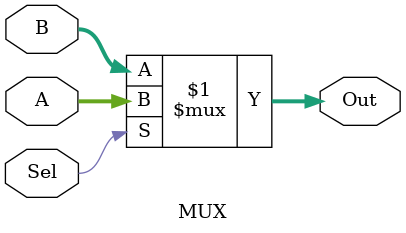
<source format=v>

`timescale 1ns/1ns

module MUX(A, B, Sel, Out);
parameter n =4;
input [n-1: 0] A, B;
input Sel;
output [n-1:0]Out;

assign {Out} = (Sel)? {A}:{B};
endmodule
</source>
